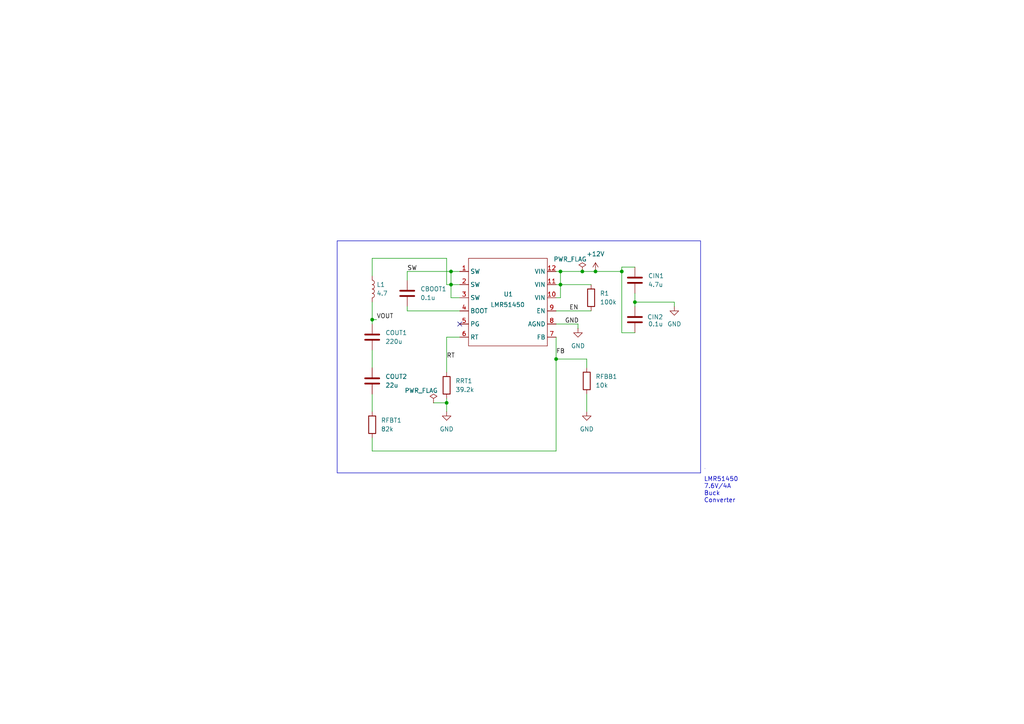
<source format=kicad_sch>
(kicad_sch
	(version 20250114)
	(generator "eeschema")
	(generator_version "9.0")
	(uuid "ec8c2d15-9eef-42a3-8af3-ce8f43bc931f")
	(paper "A4")
	(title_block
		(title "LMR51450 7.6V/4A Buck Converter.")
		(date "2025-09-13")
		(rev "V1")
		(company "GOPI")
	)
	(lib_symbols
		(symbol "Device:C"
			(pin_numbers
				(hide yes)
			)
			(pin_names
				(offset 0.254)
			)
			(exclude_from_sim no)
			(in_bom yes)
			(on_board yes)
			(property "Reference" "C"
				(at 0.635 2.54 0)
				(effects
					(font
						(size 1.27 1.27)
					)
					(justify left)
				)
			)
			(property "Value" "C"
				(at 0.635 -2.54 0)
				(effects
					(font
						(size 1.27 1.27)
					)
					(justify left)
				)
			)
			(property "Footprint" ""
				(at 0.9652 -3.81 0)
				(effects
					(font
						(size 1.27 1.27)
					)
					(hide yes)
				)
			)
			(property "Datasheet" "~"
				(at 0 0 0)
				(effects
					(font
						(size 1.27 1.27)
					)
					(hide yes)
				)
			)
			(property "Description" "Unpolarized capacitor"
				(at 0 0 0)
				(effects
					(font
						(size 1.27 1.27)
					)
					(hide yes)
				)
			)
			(property "ki_keywords" "cap capacitor"
				(at 0 0 0)
				(effects
					(font
						(size 1.27 1.27)
					)
					(hide yes)
				)
			)
			(property "ki_fp_filters" "C_*"
				(at 0 0 0)
				(effects
					(font
						(size 1.27 1.27)
					)
					(hide yes)
				)
			)
			(symbol "C_0_1"
				(polyline
					(pts
						(xy -2.032 0.762) (xy 2.032 0.762)
					)
					(stroke
						(width 0.508)
						(type default)
					)
					(fill
						(type none)
					)
				)
				(polyline
					(pts
						(xy -2.032 -0.762) (xy 2.032 -0.762)
					)
					(stroke
						(width 0.508)
						(type default)
					)
					(fill
						(type none)
					)
				)
			)
			(symbol "C_1_1"
				(pin passive line
					(at 0 3.81 270)
					(length 2.794)
					(name "~"
						(effects
							(font
								(size 1.27 1.27)
							)
						)
					)
					(number "1"
						(effects
							(font
								(size 1.27 1.27)
							)
						)
					)
				)
				(pin passive line
					(at 0 -3.81 90)
					(length 2.794)
					(name "~"
						(effects
							(font
								(size 1.27 1.27)
							)
						)
					)
					(number "2"
						(effects
							(font
								(size 1.27 1.27)
							)
						)
					)
				)
			)
			(embedded_fonts no)
		)
		(symbol "Device:L"
			(pin_numbers
				(hide yes)
			)
			(pin_names
				(offset 1.016)
				(hide yes)
			)
			(exclude_from_sim no)
			(in_bom yes)
			(on_board yes)
			(property "Reference" "L"
				(at -1.27 0 90)
				(effects
					(font
						(size 1.27 1.27)
					)
				)
			)
			(property "Value" "L"
				(at 1.905 0 90)
				(effects
					(font
						(size 1.27 1.27)
					)
				)
			)
			(property "Footprint" ""
				(at 0 0 0)
				(effects
					(font
						(size 1.27 1.27)
					)
					(hide yes)
				)
			)
			(property "Datasheet" "~"
				(at 0 0 0)
				(effects
					(font
						(size 1.27 1.27)
					)
					(hide yes)
				)
			)
			(property "Description" "Inductor"
				(at 0 0 0)
				(effects
					(font
						(size 1.27 1.27)
					)
					(hide yes)
				)
			)
			(property "ki_keywords" "inductor choke coil reactor magnetic"
				(at 0 0 0)
				(effects
					(font
						(size 1.27 1.27)
					)
					(hide yes)
				)
			)
			(property "ki_fp_filters" "Choke_* *Coil* Inductor_* L_*"
				(at 0 0 0)
				(effects
					(font
						(size 1.27 1.27)
					)
					(hide yes)
				)
			)
			(symbol "L_0_1"
				(arc
					(start 0 2.54)
					(mid 0.6323 1.905)
					(end 0 1.27)
					(stroke
						(width 0)
						(type default)
					)
					(fill
						(type none)
					)
				)
				(arc
					(start 0 1.27)
					(mid 0.6323 0.635)
					(end 0 0)
					(stroke
						(width 0)
						(type default)
					)
					(fill
						(type none)
					)
				)
				(arc
					(start 0 0)
					(mid 0.6323 -0.635)
					(end 0 -1.27)
					(stroke
						(width 0)
						(type default)
					)
					(fill
						(type none)
					)
				)
				(arc
					(start 0 -1.27)
					(mid 0.6323 -1.905)
					(end 0 -2.54)
					(stroke
						(width 0)
						(type default)
					)
					(fill
						(type none)
					)
				)
			)
			(symbol "L_1_1"
				(pin passive line
					(at 0 3.81 270)
					(length 1.27)
					(name "1"
						(effects
							(font
								(size 1.27 1.27)
							)
						)
					)
					(number "1"
						(effects
							(font
								(size 1.27 1.27)
							)
						)
					)
				)
				(pin passive line
					(at 0 -3.81 90)
					(length 1.27)
					(name "2"
						(effects
							(font
								(size 1.27 1.27)
							)
						)
					)
					(number "2"
						(effects
							(font
								(size 1.27 1.27)
							)
						)
					)
				)
			)
			(embedded_fonts no)
		)
		(symbol "Device:R"
			(pin_numbers
				(hide yes)
			)
			(pin_names
				(offset 0)
			)
			(exclude_from_sim no)
			(in_bom yes)
			(on_board yes)
			(property "Reference" "R"
				(at 2.032 0 90)
				(effects
					(font
						(size 1.27 1.27)
					)
				)
			)
			(property "Value" "R"
				(at 0 0 90)
				(effects
					(font
						(size 1.27 1.27)
					)
				)
			)
			(property "Footprint" ""
				(at -1.778 0 90)
				(effects
					(font
						(size 1.27 1.27)
					)
					(hide yes)
				)
			)
			(property "Datasheet" "~"
				(at 0 0 0)
				(effects
					(font
						(size 1.27 1.27)
					)
					(hide yes)
				)
			)
			(property "Description" "Resistor"
				(at 0 0 0)
				(effects
					(font
						(size 1.27 1.27)
					)
					(hide yes)
				)
			)
			(property "ki_keywords" "R res resistor"
				(at 0 0 0)
				(effects
					(font
						(size 1.27 1.27)
					)
					(hide yes)
				)
			)
			(property "ki_fp_filters" "R_*"
				(at 0 0 0)
				(effects
					(font
						(size 1.27 1.27)
					)
					(hide yes)
				)
			)
			(symbol "R_0_1"
				(rectangle
					(start -1.016 -2.54)
					(end 1.016 2.54)
					(stroke
						(width 0.254)
						(type default)
					)
					(fill
						(type none)
					)
				)
			)
			(symbol "R_1_1"
				(pin passive line
					(at 0 3.81 270)
					(length 1.27)
					(name "~"
						(effects
							(font
								(size 1.27 1.27)
							)
						)
					)
					(number "1"
						(effects
							(font
								(size 1.27 1.27)
							)
						)
					)
				)
				(pin passive line
					(at 0 -3.81 90)
					(length 1.27)
					(name "~"
						(effects
							(font
								(size 1.27 1.27)
							)
						)
					)
					(number "2"
						(effects
							(font
								(size 1.27 1.27)
							)
						)
					)
				)
			)
			(embedded_fonts no)
		)
		(symbol "My_ICs:LMR51450"
			(exclude_from_sim no)
			(in_bom yes)
			(on_board yes)
			(property "Reference" "U1"
				(at 7.62 -5.334 0)
				(effects
					(font
						(size 1.27 1.27)
					)
					(justify left)
				)
			)
			(property "Value" "LMR51450"
				(at 3.81 -8.382 0)
				(effects
					(font
						(size 1.27 1.27)
					)
					(justify left)
				)
			)
			(property "Footprint" "LMR51450_Footprints:LMR51450SDRRR"
				(at 0 0 0)
				(effects
					(font
						(size 1.27 1.27)
					)
					(hide yes)
				)
			)
			(property "Datasheet" ""
				(at 0 0 0)
				(effects
					(font
						(size 1.27 1.27)
					)
					(hide yes)
				)
			)
			(property "Description" ""
				(at 0 0 0)
				(effects
					(font
						(size 1.27 1.27)
					)
					(hide yes)
				)
			)
			(symbol "LMR51450_0_1"
				(rectangle
					(start 20.32 -20.32)
					(end -2.54 5.08)
					(stroke
						(width 0)
						(type default)
					)
					(fill
						(type none)
					)
				)
				(rectangle
					(start 20.32 -20.32)
					(end 20.32 -20.32)
					(stroke
						(width 0)
						(type default)
					)
					(fill
						(type none)
					)
				)
			)
			(symbol "LMR51450_1_1"
				(pin passive line
					(at -5.08 1.27 0)
					(length 2.54)
					(name "SW"
						(effects
							(font
								(size 1.27 1.27)
							)
						)
					)
					(number "1"
						(effects
							(font
								(size 1.27 1.27)
							)
						)
					)
				)
				(pin passive line
					(at -5.08 -2.54 0)
					(length 2.54)
					(name "SW"
						(effects
							(font
								(size 1.27 1.27)
							)
						)
					)
					(number "2"
						(effects
							(font
								(size 1.27 1.27)
							)
						)
					)
				)
				(pin passive line
					(at -5.08 -6.35 0)
					(length 2.54)
					(name "SW"
						(effects
							(font
								(size 1.27 1.27)
							)
						)
					)
					(number "3"
						(effects
							(font
								(size 1.27 1.27)
							)
						)
					)
				)
				(pin input line
					(at -5.08 -10.16 0)
					(length 2.54)
					(name "BOOT"
						(effects
							(font
								(size 1.27 1.27)
							)
						)
					)
					(number "4"
						(effects
							(font
								(size 1.27 1.27)
							)
						)
					)
				)
				(pin output line
					(at -5.08 -13.97 0)
					(length 2.54)
					(name "PG"
						(effects
							(font
								(size 1.27 1.27)
							)
						)
					)
					(number "5"
						(effects
							(font
								(size 1.27 1.27)
							)
						)
					)
				)
				(pin input line
					(at -5.08 -17.78 0)
					(length 2.54)
					(name "RT"
						(effects
							(font
								(size 1.27 1.27)
							)
						)
					)
					(number "6"
						(effects
							(font
								(size 1.27 1.27)
							)
						)
					)
				)
				(pin power_in line
					(at 22.86 1.27 180)
					(length 2.54)
					(name "VIN"
						(effects
							(font
								(size 1.27 1.27)
							)
						)
					)
					(number "12"
						(effects
							(font
								(size 1.27 1.27)
							)
						)
					)
				)
				(pin power_in line
					(at 22.86 -2.54 180)
					(length 2.54)
					(name "VIN"
						(effects
							(font
								(size 1.27 1.27)
							)
						)
					)
					(number "11"
						(effects
							(font
								(size 1.27 1.27)
							)
						)
					)
				)
				(pin power_in line
					(at 22.86 -6.35 180)
					(length 2.54)
					(name "VIN"
						(effects
							(font
								(size 1.27 1.27)
							)
						)
					)
					(number "10"
						(effects
							(font
								(size 1.27 1.27)
							)
						)
					)
				)
				(pin input line
					(at 22.86 -10.16 180)
					(length 2.54)
					(name "EN"
						(effects
							(font
								(size 1.27 1.27)
							)
						)
					)
					(number "9"
						(effects
							(font
								(size 1.27 1.27)
							)
						)
					)
				)
				(pin power_in line
					(at 22.86 -13.97 180)
					(length 2.54)
					(name "AGND"
						(effects
							(font
								(size 1.27 1.27)
							)
						)
					)
					(number "8"
						(effects
							(font
								(size 1.27 1.27)
							)
						)
					)
				)
				(pin input line
					(at 22.86 -17.78 180)
					(length 2.54)
					(name "FB"
						(effects
							(font
								(size 1.27 1.27)
							)
						)
					)
					(number "7"
						(effects
							(font
								(size 1.27 1.27)
							)
						)
					)
				)
			)
			(embedded_fonts no)
		)
		(symbol "power:+12V"
			(power)
			(pin_numbers
				(hide yes)
			)
			(pin_names
				(offset 0)
				(hide yes)
			)
			(exclude_from_sim no)
			(in_bom yes)
			(on_board yes)
			(property "Reference" "#PWR"
				(at 0 -3.81 0)
				(effects
					(font
						(size 1.27 1.27)
					)
					(hide yes)
				)
			)
			(property "Value" "+12V"
				(at 0 3.556 0)
				(effects
					(font
						(size 1.27 1.27)
					)
				)
			)
			(property "Footprint" ""
				(at 0 0 0)
				(effects
					(font
						(size 1.27 1.27)
					)
					(hide yes)
				)
			)
			(property "Datasheet" ""
				(at 0 0 0)
				(effects
					(font
						(size 1.27 1.27)
					)
					(hide yes)
				)
			)
			(property "Description" "Power symbol creates a global label with name \"+12V\""
				(at 0 0 0)
				(effects
					(font
						(size 1.27 1.27)
					)
					(hide yes)
				)
			)
			(property "ki_keywords" "global power"
				(at 0 0 0)
				(effects
					(font
						(size 1.27 1.27)
					)
					(hide yes)
				)
			)
			(symbol "+12V_0_1"
				(polyline
					(pts
						(xy -0.762 1.27) (xy 0 2.54)
					)
					(stroke
						(width 0)
						(type default)
					)
					(fill
						(type none)
					)
				)
				(polyline
					(pts
						(xy 0 2.54) (xy 0.762 1.27)
					)
					(stroke
						(width 0)
						(type default)
					)
					(fill
						(type none)
					)
				)
				(polyline
					(pts
						(xy 0 0) (xy 0 2.54)
					)
					(stroke
						(width 0)
						(type default)
					)
					(fill
						(type none)
					)
				)
			)
			(symbol "+12V_1_1"
				(pin power_in line
					(at 0 0 90)
					(length 0)
					(name "~"
						(effects
							(font
								(size 1.27 1.27)
							)
						)
					)
					(number "1"
						(effects
							(font
								(size 1.27 1.27)
							)
						)
					)
				)
			)
			(embedded_fonts no)
		)
		(symbol "power:GND"
			(power)
			(pin_numbers
				(hide yes)
			)
			(pin_names
				(offset 0)
				(hide yes)
			)
			(exclude_from_sim no)
			(in_bom yes)
			(on_board yes)
			(property "Reference" "#PWR"
				(at 0 -6.35 0)
				(effects
					(font
						(size 1.27 1.27)
					)
					(hide yes)
				)
			)
			(property "Value" "GND"
				(at 0 -3.81 0)
				(effects
					(font
						(size 1.27 1.27)
					)
				)
			)
			(property "Footprint" ""
				(at 0 0 0)
				(effects
					(font
						(size 1.27 1.27)
					)
					(hide yes)
				)
			)
			(property "Datasheet" ""
				(at 0 0 0)
				(effects
					(font
						(size 1.27 1.27)
					)
					(hide yes)
				)
			)
			(property "Description" "Power symbol creates a global label with name \"GND\" , ground"
				(at 0 0 0)
				(effects
					(font
						(size 1.27 1.27)
					)
					(hide yes)
				)
			)
			(property "ki_keywords" "global power"
				(at 0 0 0)
				(effects
					(font
						(size 1.27 1.27)
					)
					(hide yes)
				)
			)
			(symbol "GND_0_1"
				(polyline
					(pts
						(xy 0 0) (xy 0 -1.27) (xy 1.27 -1.27) (xy 0 -2.54) (xy -1.27 -1.27) (xy 0 -1.27)
					)
					(stroke
						(width 0)
						(type default)
					)
					(fill
						(type none)
					)
				)
			)
			(symbol "GND_1_1"
				(pin power_in line
					(at 0 0 270)
					(length 0)
					(name "~"
						(effects
							(font
								(size 1.27 1.27)
							)
						)
					)
					(number "1"
						(effects
							(font
								(size 1.27 1.27)
							)
						)
					)
				)
			)
			(embedded_fonts no)
		)
		(symbol "power:PWR_FLAG"
			(power)
			(pin_numbers
				(hide yes)
			)
			(pin_names
				(offset 0)
				(hide yes)
			)
			(exclude_from_sim no)
			(in_bom yes)
			(on_board yes)
			(property "Reference" "#FLG"
				(at 0 1.905 0)
				(effects
					(font
						(size 1.27 1.27)
					)
					(hide yes)
				)
			)
			(property "Value" "PWR_FLAG"
				(at 0 3.81 0)
				(effects
					(font
						(size 1.27 1.27)
					)
				)
			)
			(property "Footprint" ""
				(at 0 0 0)
				(effects
					(font
						(size 1.27 1.27)
					)
					(hide yes)
				)
			)
			(property "Datasheet" "~"
				(at 0 0 0)
				(effects
					(font
						(size 1.27 1.27)
					)
					(hide yes)
				)
			)
			(property "Description" "Special symbol for telling ERC where power comes from"
				(at 0 0 0)
				(effects
					(font
						(size 1.27 1.27)
					)
					(hide yes)
				)
			)
			(property "ki_keywords" "flag power"
				(at 0 0 0)
				(effects
					(font
						(size 1.27 1.27)
					)
					(hide yes)
				)
			)
			(symbol "PWR_FLAG_0_0"
				(pin power_out line
					(at 0 0 90)
					(length 0)
					(name "~"
						(effects
							(font
								(size 1.27 1.27)
							)
						)
					)
					(number "1"
						(effects
							(font
								(size 1.27 1.27)
							)
						)
					)
				)
			)
			(symbol "PWR_FLAG_0_1"
				(polyline
					(pts
						(xy 0 0) (xy 0 1.27) (xy -1.016 1.905) (xy 0 2.54) (xy 1.016 1.905) (xy 0 1.27)
					)
					(stroke
						(width 0)
						(type default)
					)
					(fill
						(type none)
					)
				)
			)
			(embedded_fonts no)
		)
	)
	(text_box "LMR51450 7.6V/4A Buck Converter"
		(exclude_from_sim no)
		(at 203.2 137.16 0)
		(size 0 0)
		(margins 0.9525 0.9525 0.9525 0.9525)
		(stroke
			(width 0)
			(type solid)
		)
		(fill
			(type none)
		)
		(effects
			(font
				(size 1.27 1.27)
			)
			(justify left top)
		)
		(uuid "1c6e7bf3-6c88-4be6-9225-cf1a3ffc7466")
	)
	(text_box ""
		(exclude_from_sim no)
		(at 97.79 69.85 0)
		(size 105.41 67.31)
		(margins 0.9525 0.9525 0.9525 0.9525)
		(stroke
			(width 0)
			(type solid)
		)
		(fill
			(type none)
		)
		(effects
			(font
				(size 1.27 1.27)
			)
			(justify left top)
		)
		(uuid "a5294749-4b83-4f28-ac6a-5c08db278a4f")
	)
	(text_box ""
		(exclude_from_sim no)
		(at 204.47 135.89 0)
		(size 0 0)
		(margins 0.9525 0.9525 0.9525 0.9525)
		(stroke
			(width 0)
			(type solid)
		)
		(fill
			(type none)
		)
		(effects
			(font
				(size 1.27 1.27)
			)
			(justify left top)
		)
		(uuid "f4224616-19f3-473f-ba7c-48a565b7294c")
	)
	(junction
		(at 172.72 78.74)
		(diameter 0)
		(color 0 0 0 0)
		(uuid "04d44839-3f6e-483a-9011-f2c20fe1f026")
	)
	(junction
		(at 162.56 82.55)
		(diameter 0)
		(color 0 0 0 0)
		(uuid "0aa06fc5-1bb5-4935-aeae-5974dcebada6")
	)
	(junction
		(at 161.29 104.14)
		(diameter 0)
		(color 0 0 0 0)
		(uuid "14792ec1-4a67-43b2-8b62-5849d224c52e")
	)
	(junction
		(at 184.15 87.63)
		(diameter 0)
		(color 0 0 0 0)
		(uuid "504b1e51-cc0f-4a04-893b-870cd94278b1")
	)
	(junction
		(at 130.81 82.55)
		(diameter 0)
		(color 0 0 0 0)
		(uuid "56158a3c-86af-420b-90aa-423b4b176823")
	)
	(junction
		(at 129.54 116.84)
		(diameter 0)
		(color 0 0 0 0)
		(uuid "871fb570-bad4-45b3-8ed2-0d8763a58512")
	)
	(junction
		(at 130.81 78.74)
		(diameter 0)
		(color 0 0 0 0)
		(uuid "a6547fa3-9ad3-451e-b9a1-7949a61e602e")
	)
	(junction
		(at 180.34 78.74)
		(diameter 0)
		(color 0 0 0 0)
		(uuid "cbd24554-e285-4191-850a-b79dfdc05948")
	)
	(junction
		(at 107.95 92.71)
		(diameter 0)
		(color 0 0 0 0)
		(uuid "d05e2127-be57-423c-adf4-86f6797237a7")
	)
	(junction
		(at 162.56 78.74)
		(diameter 0)
		(color 0 0 0 0)
		(uuid "f083b222-6bb9-4531-9298-ed0a6527ea2a")
	)
	(junction
		(at 168.91 78.74)
		(diameter 0)
		(color 0 0 0 0)
		(uuid "f731590a-5fda-4f9a-8e7c-c9f0e37f0911")
	)
	(no_connect
		(at 133.35 93.98)
		(uuid "af026082-a65e-48d7-a103-e21eee62dc68")
	)
	(wire
		(pts
			(xy 129.54 97.79) (xy 129.54 107.95)
		)
		(stroke
			(width 0)
			(type default)
		)
		(uuid "023c73dc-77c0-4386-ada8-458ee9724276")
	)
	(wire
		(pts
			(xy 109.22 92.71) (xy 107.95 92.71)
		)
		(stroke
			(width 0)
			(type default)
		)
		(uuid "07ef1664-fe6d-457a-8523-08b0a74f107c")
	)
	(wire
		(pts
			(xy 118.11 90.17) (xy 133.35 90.17)
		)
		(stroke
			(width 0)
			(type default)
		)
		(uuid "088b0056-cefd-4c0a-af04-7596fda2f5eb")
	)
	(wire
		(pts
			(xy 195.58 87.63) (xy 195.58 88.9)
		)
		(stroke
			(width 0)
			(type default)
		)
		(uuid "112ce550-babd-4d7f-bb34-fcb3bc1c8272")
	)
	(wire
		(pts
			(xy 180.34 78.74) (xy 180.34 96.52)
		)
		(stroke
			(width 0)
			(type default)
		)
		(uuid "165dff04-df54-4def-8c99-ce7801b42222")
	)
	(wire
		(pts
			(xy 129.54 74.93) (xy 129.54 82.55)
		)
		(stroke
			(width 0)
			(type default)
		)
		(uuid "1afac3ad-fc48-4464-a10b-7505b9233675")
	)
	(wire
		(pts
			(xy 107.95 74.93) (xy 129.54 74.93)
		)
		(stroke
			(width 0)
			(type default)
		)
		(uuid "1baad22a-4411-4542-b0c9-774a81cf0c63")
	)
	(wire
		(pts
			(xy 184.15 87.63) (xy 195.58 87.63)
		)
		(stroke
			(width 0)
			(type default)
		)
		(uuid "29862772-7106-4588-92e8-607bdd69aad0")
	)
	(wire
		(pts
			(xy 184.15 77.47) (xy 180.34 77.47)
		)
		(stroke
			(width 0)
			(type default)
		)
		(uuid "2f22c167-ab04-4ad1-bd53-08c236775f08")
	)
	(wire
		(pts
			(xy 180.34 77.47) (xy 180.34 78.74)
		)
		(stroke
			(width 0)
			(type default)
		)
		(uuid "30288544-6713-4b4a-b535-acae7df6dad6")
	)
	(wire
		(pts
			(xy 107.95 114.3) (xy 107.95 119.38)
		)
		(stroke
			(width 0)
			(type default)
		)
		(uuid "3418b03e-a342-497c-9ec0-3d540b10628f")
	)
	(wire
		(pts
			(xy 107.95 87.63) (xy 107.95 92.71)
		)
		(stroke
			(width 0)
			(type default)
		)
		(uuid "3872c95e-0237-4e6e-8b53-e31e4787e9f8")
	)
	(wire
		(pts
			(xy 130.81 86.36) (xy 133.35 86.36)
		)
		(stroke
			(width 0)
			(type default)
		)
		(uuid "3899117f-5aaf-41b8-b8b6-5fc343d6db2a")
	)
	(wire
		(pts
			(xy 162.56 82.55) (xy 162.56 86.36)
		)
		(stroke
			(width 0)
			(type default)
		)
		(uuid "3ef12cc8-09d3-4a8c-bc7f-1c2b9e7918a0")
	)
	(wire
		(pts
			(xy 162.56 78.74) (xy 168.91 78.74)
		)
		(stroke
			(width 0)
			(type default)
		)
		(uuid "43aa3371-06df-4b98-908f-fee8ef94a1a5")
	)
	(wire
		(pts
			(xy 118.11 81.28) (xy 118.11 78.74)
		)
		(stroke
			(width 0)
			(type default)
		)
		(uuid "4584b882-9a38-41a0-9b2c-bc29ede05727")
	)
	(wire
		(pts
			(xy 180.34 96.52) (xy 184.15 96.52)
		)
		(stroke
			(width 0)
			(type default)
		)
		(uuid "49adbe80-cd4c-4934-8d61-936d28ad3ff5")
	)
	(wire
		(pts
			(xy 161.29 82.55) (xy 162.56 82.55)
		)
		(stroke
			(width 0)
			(type default)
		)
		(uuid "4edc5e76-0767-4160-aa50-43f16b8559fa")
	)
	(wire
		(pts
			(xy 125.73 116.84) (xy 129.54 116.84)
		)
		(stroke
			(width 0)
			(type default)
		)
		(uuid "53a9335f-490c-4914-bae8-d9ceaff4ed25")
	)
	(wire
		(pts
			(xy 167.64 93.98) (xy 167.64 95.25)
		)
		(stroke
			(width 0)
			(type default)
		)
		(uuid "5bb3a279-7564-425a-9c47-51dba177a5da")
	)
	(wire
		(pts
			(xy 129.54 116.84) (xy 129.54 119.38)
		)
		(stroke
			(width 0)
			(type default)
		)
		(uuid "5d097c84-5063-4cf5-bdd6-a046296c7cae")
	)
	(wire
		(pts
			(xy 118.11 78.74) (xy 130.81 78.74)
		)
		(stroke
			(width 0)
			(type default)
		)
		(uuid "615e9bc3-d232-4625-acaf-3be6a9b97366")
	)
	(wire
		(pts
			(xy 133.35 78.74) (xy 130.81 78.74)
		)
		(stroke
			(width 0)
			(type default)
		)
		(uuid "6a398e6e-6cc8-4012-b062-542d25427115")
	)
	(wire
		(pts
			(xy 130.81 82.55) (xy 130.81 86.36)
		)
		(stroke
			(width 0)
			(type default)
		)
		(uuid "6cf5656a-514f-427b-8c18-cddd824ac93e")
	)
	(wire
		(pts
			(xy 161.29 130.81) (xy 107.95 130.81)
		)
		(stroke
			(width 0)
			(type default)
		)
		(uuid "6faa960f-5747-427a-9da1-678a708d1fd3")
	)
	(wire
		(pts
			(xy 170.18 114.3) (xy 170.18 119.38)
		)
		(stroke
			(width 0)
			(type default)
		)
		(uuid "726a1f04-cb5e-4e88-85aa-51020df11f13")
	)
	(wire
		(pts
			(xy 107.95 101.6) (xy 107.95 106.68)
		)
		(stroke
			(width 0)
			(type default)
		)
		(uuid "76dc943e-161a-47fc-b908-d3b144771232")
	)
	(wire
		(pts
			(xy 168.91 78.74) (xy 172.72 78.74)
		)
		(stroke
			(width 0)
			(type default)
		)
		(uuid "79c7f3be-48a1-4a95-a69f-cdf9a5003934")
	)
	(wire
		(pts
			(xy 107.95 74.93) (xy 107.95 80.01)
		)
		(stroke
			(width 0)
			(type default)
		)
		(uuid "8d524ca8-0cb4-40b1-9ae9-76527aab3bca")
	)
	(wire
		(pts
			(xy 129.54 115.57) (xy 129.54 116.84)
		)
		(stroke
			(width 0)
			(type default)
		)
		(uuid "924e0525-caf6-4c61-8d6f-c008d6e02a70")
	)
	(wire
		(pts
			(xy 129.54 82.55) (xy 130.81 82.55)
		)
		(stroke
			(width 0)
			(type default)
		)
		(uuid "97f04028-aabd-4751-8ddc-5c1167cc204f")
	)
	(wire
		(pts
			(xy 170.18 106.68) (xy 170.18 104.14)
		)
		(stroke
			(width 0)
			(type default)
		)
		(uuid "aae23be7-d7f5-4174-a8dc-d667c7439e45")
	)
	(wire
		(pts
			(xy 118.11 88.9) (xy 118.11 90.17)
		)
		(stroke
			(width 0)
			(type default)
		)
		(uuid "ab145fe0-22c1-4e9f-a3cc-5cd23a25d5f4")
	)
	(wire
		(pts
			(xy 162.56 78.74) (xy 162.56 82.55)
		)
		(stroke
			(width 0)
			(type default)
		)
		(uuid "aef86bfb-302f-4f47-b099-7bd266fcb221")
	)
	(wire
		(pts
			(xy 170.18 104.14) (xy 161.29 104.14)
		)
		(stroke
			(width 0)
			(type default)
		)
		(uuid "b34e99a3-c7be-42b2-bc0d-fcceec840aef")
	)
	(wire
		(pts
			(xy 107.95 92.71) (xy 107.95 93.98)
		)
		(stroke
			(width 0)
			(type default)
		)
		(uuid "b54cc398-b004-4f6c-bfce-3fa2542a9a4b")
	)
	(wire
		(pts
			(xy 172.72 78.74) (xy 180.34 78.74)
		)
		(stroke
			(width 0)
			(type default)
		)
		(uuid "baac3e7f-eac2-4d86-8560-48f4d1eeaaec")
	)
	(wire
		(pts
			(xy 130.81 78.74) (xy 130.81 82.55)
		)
		(stroke
			(width 0)
			(type default)
		)
		(uuid "be781659-ec9f-4359-80e8-62e82b711f60")
	)
	(wire
		(pts
			(xy 161.29 90.17) (xy 171.45 90.17)
		)
		(stroke
			(width 0)
			(type default)
		)
		(uuid "c8880f19-5037-4e3d-a106-7851fb5371b3")
	)
	(wire
		(pts
			(xy 171.45 82.55) (xy 162.56 82.55)
		)
		(stroke
			(width 0)
			(type default)
		)
		(uuid "cdd3a574-761e-4442-9b57-f01ec97be3e1")
	)
	(wire
		(pts
			(xy 161.29 97.79) (xy 161.29 104.14)
		)
		(stroke
			(width 0)
			(type default)
		)
		(uuid "cdf932d5-8867-4967-817b-fdd3af3ed92d")
	)
	(wire
		(pts
			(xy 161.29 104.14) (xy 161.29 130.81)
		)
		(stroke
			(width 0)
			(type default)
		)
		(uuid "ce13f7c2-69ec-4b9f-9e29-98be7d74d334")
	)
	(wire
		(pts
			(xy 161.29 78.74) (xy 162.56 78.74)
		)
		(stroke
			(width 0)
			(type default)
		)
		(uuid "ce4252f3-690e-4a44-9803-b0f2b82c7eba")
	)
	(wire
		(pts
			(xy 161.29 93.98) (xy 167.64 93.98)
		)
		(stroke
			(width 0)
			(type default)
		)
		(uuid "d1e3413a-0873-4db5-b284-e63215a8ab1c")
	)
	(wire
		(pts
			(xy 184.15 87.63) (xy 184.15 88.9)
		)
		(stroke
			(width 0)
			(type default)
		)
		(uuid "d2e05ae8-6555-4ed6-94b9-1e2af90f94c2")
	)
	(wire
		(pts
			(xy 129.54 97.79) (xy 133.35 97.79)
		)
		(stroke
			(width 0)
			(type default)
		)
		(uuid "df793aa8-baa9-4844-8771-7ba41835b541")
	)
	(wire
		(pts
			(xy 107.95 127) (xy 107.95 130.81)
		)
		(stroke
			(width 0)
			(type default)
		)
		(uuid "efb5e095-3983-4fb6-9f8d-2e0548e7fdd9")
	)
	(wire
		(pts
			(xy 130.81 82.55) (xy 133.35 82.55)
		)
		(stroke
			(width 0)
			(type default)
		)
		(uuid "f0c4aef7-aeaf-4fcf-9c22-7fe3fb64edb3")
	)
	(wire
		(pts
			(xy 184.15 85.09) (xy 184.15 87.63)
		)
		(stroke
			(width 0)
			(type default)
		)
		(uuid "fb340f54-e451-4141-9752-f74d4664fee3")
	)
	(wire
		(pts
			(xy 162.56 86.36) (xy 161.29 86.36)
		)
		(stroke
			(width 0)
			(type default)
		)
		(uuid "fffaefdd-251f-422e-bb94-b619d6672697")
	)
	(label "VOUT"
		(at 109.22 92.71 0)
		(effects
			(font
				(size 1.27 1.27)
			)
			(justify left bottom)
		)
		(uuid "24158ce4-7687-4e51-957f-d28f8a3eea41")
	)
	(label "RT"
		(at 129.54 104.14 0)
		(effects
			(font
				(size 1.27 1.27)
			)
			(justify left bottom)
		)
		(uuid "9dd6ae95-4935-4fb8-af28-31ad48978e66")
	)
	(label "EN"
		(at 165.1 90.17 0)
		(effects
			(font
				(size 1.27 1.27)
			)
			(justify left bottom)
		)
		(uuid "9fb043ca-fec5-42e1-9a1d-0a62f8ab9159")
	)
	(label "GND"
		(at 163.83 93.98 0)
		(effects
			(font
				(size 1.27 1.27)
			)
			(justify left bottom)
		)
		(uuid "a1d3cee0-9220-40eb-b6c1-7ad2f0b71078")
	)
	(label "SW"
		(at 118.11 78.74 0)
		(effects
			(font
				(size 1.27 1.27)
			)
			(justify left bottom)
		)
		(uuid "b206cd72-06f8-45ed-a652-053cfb22ec5d")
	)
	(label "FB"
		(at 161.29 102.87 0)
		(effects
			(font
				(size 1.27 1.27)
			)
			(justify left bottom)
		)
		(uuid "efa22559-dc15-449d-850e-6219fc6bb8dc")
	)
	(symbol
		(lib_id "Device:R")
		(at 171.45 86.36 0)
		(unit 1)
		(exclude_from_sim no)
		(in_bom yes)
		(on_board yes)
		(dnp no)
		(fields_autoplaced yes)
		(uuid "094979e9-43ad-42c4-95c8-959580d4e5f9")
		(property "Reference" "R1"
			(at 173.99 85.0899 0)
			(effects
				(font
					(size 1.27 1.27)
				)
				(justify left)
			)
		)
		(property "Value" "100k"
			(at 173.99 87.6299 0)
			(effects
				(font
					(size 1.27 1.27)
				)
				(justify left)
			)
		)
		(property "Footprint" "Resistor_SMD:R_0201_0603Metric"
			(at 169.672 86.36 90)
			(effects
				(font
					(size 1.27 1.27)
				)
				(hide yes)
			)
		)
		(property "Datasheet" "~"
			(at 171.45 86.36 0)
			(effects
				(font
					(size 1.27 1.27)
				)
				(hide yes)
			)
		)
		(property "Description" "Resistor"
			(at 171.45 86.36 0)
			(effects
				(font
					(size 1.27 1.27)
				)
				(hide yes)
			)
		)
		(pin "1"
			(uuid "69ace7c9-0c2e-4ff3-81f3-e16a797bc9de")
		)
		(pin "2"
			(uuid "d9693aa3-27d5-4bec-ba7b-3c46c45c0ec2")
		)
		(instances
			(project ""
				(path "/ec8c2d15-9eef-42a3-8af3-ce8f43bc931f"
					(reference "R1")
					(unit 1)
				)
			)
		)
	)
	(symbol
		(lib_id "Device:C")
		(at 107.95 97.79 0)
		(unit 1)
		(exclude_from_sim no)
		(in_bom yes)
		(on_board yes)
		(dnp no)
		(fields_autoplaced yes)
		(uuid "1719a34f-c1bf-42b0-b85b-499b4da71ff7")
		(property "Reference" "COUT1"
			(at 111.76 96.5199 0)
			(effects
				(font
					(size 1.27 1.27)
				)
				(justify left)
			)
		)
		(property "Value" "220u"
			(at 111.76 99.0599 0)
			(effects
				(font
					(size 1.27 1.27)
				)
				(justify left)
			)
		)
		(property "Footprint" "Capacitor_SMD:C_0201_0603Metric"
			(at 108.9152 101.6 0)
			(effects
				(font
					(size 1.27 1.27)
				)
				(hide yes)
			)
		)
		(property "Datasheet" "~"
			(at 107.95 97.79 0)
			(effects
				(font
					(size 1.27 1.27)
				)
				(hide yes)
			)
		)
		(property "Description" "Unpolarized capacitor"
			(at 107.95 97.79 0)
			(effects
				(font
					(size 1.27 1.27)
				)
				(hide yes)
			)
		)
		(pin "1"
			(uuid "2517ebae-362a-4318-82c4-71a48cb14fca")
		)
		(pin "2"
			(uuid "238284b4-2c85-422d-99a1-ec0dab14237f")
		)
		(instances
			(project ""
				(path "/ec8c2d15-9eef-42a3-8af3-ce8f43bc931f"
					(reference "COUT1")
					(unit 1)
				)
			)
		)
	)
	(symbol
		(lib_id "power:+12V")
		(at 172.72 78.74 0)
		(unit 1)
		(exclude_from_sim no)
		(in_bom yes)
		(on_board yes)
		(dnp no)
		(fields_autoplaced yes)
		(uuid "18a0ff8f-c4c0-43f7-afc5-ec35b223df96")
		(property "Reference" "#PWR04"
			(at 172.72 82.55 0)
			(effects
				(font
					(size 1.27 1.27)
				)
				(hide yes)
			)
		)
		(property "Value" "+12V"
			(at 172.72 73.66 0)
			(effects
				(font
					(size 1.27 1.27)
				)
			)
		)
		(property "Footprint" ""
			(at 172.72 78.74 0)
			(effects
				(font
					(size 1.27 1.27)
				)
				(hide yes)
			)
		)
		(property "Datasheet" ""
			(at 172.72 78.74 0)
			(effects
				(font
					(size 1.27 1.27)
				)
				(hide yes)
			)
		)
		(property "Description" "Power symbol creates a global label with name \"+12V\""
			(at 172.72 78.74 0)
			(effects
				(font
					(size 1.27 1.27)
				)
				(hide yes)
			)
		)
		(pin "1"
			(uuid "814a8ef7-a318-4fc9-b67f-f2f0363deeb7")
		)
		(instances
			(project ""
				(path "/ec8c2d15-9eef-42a3-8af3-ce8f43bc931f"
					(reference "#PWR04")
					(unit 1)
				)
			)
		)
	)
	(symbol
		(lib_id "Device:R")
		(at 107.95 123.19 0)
		(unit 1)
		(exclude_from_sim no)
		(in_bom yes)
		(on_board yes)
		(dnp no)
		(fields_autoplaced yes)
		(uuid "3a5bf381-21c7-4de9-ac63-0ed797c4daf4")
		(property "Reference" "RFBT1"
			(at 110.49 121.9199 0)
			(effects
				(font
					(size 1.27 1.27)
				)
				(justify left)
			)
		)
		(property "Value" "82k"
			(at 110.49 124.4599 0)
			(effects
				(font
					(size 1.27 1.27)
				)
				(justify left)
			)
		)
		(property "Footprint" "Resistor_SMD:R_0805_2012Metric"
			(at 106.172 123.19 90)
			(effects
				(font
					(size 1.27 1.27)
				)
				(hide yes)
			)
		)
		(property "Datasheet" "~"
			(at 107.95 123.19 0)
			(effects
				(font
					(size 1.27 1.27)
				)
				(hide yes)
			)
		)
		(property "Description" "Resistor"
			(at 107.95 123.19 0)
			(effects
				(font
					(size 1.27 1.27)
				)
				(hide yes)
			)
		)
		(pin "2"
			(uuid "b46f660d-e49d-4af5-9eef-4f25c9c7acda")
		)
		(pin "1"
			(uuid "fecd34a0-0296-4c31-89ca-e4bf002df28a")
		)
		(instances
			(project ""
				(path "/ec8c2d15-9eef-42a3-8af3-ce8f43bc931f"
					(reference "RFBT1")
					(unit 1)
				)
			)
		)
	)
	(symbol
		(lib_id "Device:L")
		(at 107.95 83.82 0)
		(unit 1)
		(exclude_from_sim no)
		(in_bom yes)
		(on_board yes)
		(dnp no)
		(fields_autoplaced yes)
		(uuid "46006e67-817c-4bf4-b1fc-2ccaf707af25")
		(property "Reference" "L1"
			(at 109.22 82.5499 0)
			(effects
				(font
					(size 1.27 1.27)
				)
				(justify left)
			)
		)
		(property "Value" "4.7"
			(at 109.22 85.0899 0)
			(effects
				(font
					(size 1.27 1.27)
				)
				(justify left)
			)
		)
		(property "Footprint" "Inductor_SMD_Wurth:L_Wurth_WE-LQSH-2010"
			(at 107.95 83.82 0)
			(effects
				(font
					(size 1.27 1.27)
				)
				(hide yes)
			)
		)
		(property "Datasheet" "~"
			(at 107.95 83.82 0)
			(effects
				(font
					(size 1.27 1.27)
				)
				(hide yes)
			)
		)
		(property "Description" "Inductor"
			(at 107.95 83.82 0)
			(effects
				(font
					(size 1.27 1.27)
				)
				(hide yes)
			)
		)
		(pin "1"
			(uuid "97188f9f-44e2-4f50-a791-59b2c99d2c2a")
		)
		(pin "2"
			(uuid "527eddb8-9bb9-48ee-b781-7c58303becdc")
		)
		(instances
			(project ""
				(path "/ec8c2d15-9eef-42a3-8af3-ce8f43bc931f"
					(reference "L1")
					(unit 1)
				)
			)
		)
	)
	(symbol
		(lib_id "My_ICs:LMR51450")
		(at 138.43 80.01 0)
		(unit 1)
		(exclude_from_sim no)
		(in_bom yes)
		(on_board yes)
		(dnp no)
		(fields_autoplaced yes)
		(uuid "50c8e9a4-1420-44ed-a5dc-a77d5bf29b10")
		(property "Reference" "U1"
			(at 146.05 85.344 0)
			(effects
				(font
					(size 1.27 1.27)
				)
				(justify left)
			)
		)
		(property "Value" "LMR51450"
			(at 142.24 88.392 0)
			(effects
				(font
					(size 1.27 1.27)
				)
				(justify left)
			)
		)
		(property "Footprint" "LMR51450_Footprints:LMR51450SDRRR"
			(at 138.43 80.01 0)
			(effects
				(font
					(size 1.27 1.27)
				)
				(hide yes)
			)
		)
		(property "Datasheet" ""
			(at 138.43 80.01 0)
			(effects
				(font
					(size 1.27 1.27)
				)
				(hide yes)
			)
		)
		(property "Description" ""
			(at 138.43 80.01 0)
			(effects
				(font
					(size 1.27 1.27)
				)
				(hide yes)
			)
		)
		(pin "5"
			(uuid "2f6acf06-5e1d-4a84-8aa9-c3ceadd602b1")
		)
		(pin "11"
			(uuid "5037e0c3-b83c-4fee-b5ae-012caa580495")
		)
		(pin "9"
			(uuid "e7e912ce-690c-4c2d-89fd-e90d9dba9b4a")
		)
		(pin "2"
			(uuid "637feccb-abb9-4a55-9ac0-e7cca234efa6")
		)
		(pin "3"
			(uuid "56ae380e-926c-4057-8b83-f270a2fbbe7e")
		)
		(pin "4"
			(uuid "898e361d-d958-49be-bcad-8d88a834e3af")
		)
		(pin "6"
			(uuid "a30e9d26-840f-4707-91d6-a638a811cbcf")
		)
		(pin "1"
			(uuid "e65545b3-0b81-479f-b3cf-e3cafcd22ed0")
		)
		(pin "12"
			(uuid "ee7b6132-b5b7-4931-8fee-306da3cc5aa8")
		)
		(pin "10"
			(uuid "2a31b6a6-9a63-429a-9eea-f0d26a970f9c")
		)
		(pin "7"
			(uuid "da48b878-8db1-41ca-9fd2-0072bde0a54d")
		)
		(pin "8"
			(uuid "a8cc7c24-ce6c-42c2-93c0-2958776ab8e3")
		)
		(instances
			(project ""
				(path "/ec8c2d15-9eef-42a3-8af3-ce8f43bc931f"
					(reference "U1")
					(unit 1)
				)
			)
		)
	)
	(symbol
		(lib_id "power:GND")
		(at 195.58 88.9 0)
		(unit 1)
		(exclude_from_sim no)
		(in_bom yes)
		(on_board yes)
		(dnp no)
		(fields_autoplaced yes)
		(uuid "59ed1e9e-73ec-4911-908e-ebc71856c4c0")
		(property "Reference" "#PWR05"
			(at 195.58 95.25 0)
			(effects
				(font
					(size 1.27 1.27)
				)
				(hide yes)
			)
		)
		(property "Value" "GND"
			(at 195.58 93.98 0)
			(effects
				(font
					(size 1.27 1.27)
				)
			)
		)
		(property "Footprint" ""
			(at 195.58 88.9 0)
			(effects
				(font
					(size 1.27 1.27)
				)
				(hide yes)
			)
		)
		(property "Datasheet" ""
			(at 195.58 88.9 0)
			(effects
				(font
					(size 1.27 1.27)
				)
				(hide yes)
			)
		)
		(property "Description" "Power symbol creates a global label with name \"GND\" , ground"
			(at 195.58 88.9 0)
			(effects
				(font
					(size 1.27 1.27)
				)
				(hide yes)
			)
		)
		(pin "1"
			(uuid "40528ecc-13da-4072-b2d6-9df0e5ca4115")
		)
		(instances
			(project ""
				(path "/ec8c2d15-9eef-42a3-8af3-ce8f43bc931f"
					(reference "#PWR05")
					(unit 1)
				)
			)
		)
	)
	(symbol
		(lib_id "Device:C")
		(at 184.15 81.28 0)
		(unit 1)
		(exclude_from_sim no)
		(in_bom yes)
		(on_board yes)
		(dnp no)
		(fields_autoplaced yes)
		(uuid "672aada3-2966-452b-bd35-1a534f60f5c7")
		(property "Reference" "CIN1"
			(at 187.96 80.0099 0)
			(effects
				(font
					(size 1.27 1.27)
				)
				(justify left)
			)
		)
		(property "Value" "4.7u"
			(at 187.96 82.5499 0)
			(effects
				(font
					(size 1.27 1.27)
				)
				(justify left)
			)
		)
		(property "Footprint" "Capacitor_SMD:C_0201_0603Metric"
			(at 185.1152 85.09 0)
			(effects
				(font
					(size 1.27 1.27)
				)
				(hide yes)
			)
		)
		(property "Datasheet" "~"
			(at 184.15 81.28 0)
			(effects
				(font
					(size 1.27 1.27)
				)
				(hide yes)
			)
		)
		(property "Description" "Unpolarized capacitor"
			(at 184.15 81.28 0)
			(effects
				(font
					(size 1.27 1.27)
				)
				(hide yes)
			)
		)
		(pin "2"
			(uuid "840d04e0-4787-4576-adc1-3725d7f87f87")
		)
		(pin "1"
			(uuid "cbc296e9-74d1-431b-a17c-e6fdf7b7fb72")
		)
		(instances
			(project ""
				(path "/ec8c2d15-9eef-42a3-8af3-ce8f43bc931f"
					(reference "CIN1")
					(unit 1)
				)
			)
		)
	)
	(symbol
		(lib_id "Device:C")
		(at 184.15 92.71 0)
		(unit 1)
		(exclude_from_sim no)
		(in_bom yes)
		(on_board yes)
		(dnp no)
		(uuid "7a732c0e-2920-4a3d-84f4-344c7e345be1")
		(property "Reference" "CIN2"
			(at 187.706 91.948 0)
			(effects
				(font
					(size 1.27 1.27)
				)
				(justify left)
			)
		)
		(property "Value" "0.1u"
			(at 187.96 93.9799 0)
			(effects
				(font
					(size 1.27 1.27)
				)
				(justify left)
			)
		)
		(property "Footprint" "Capacitor_SMD:C_0201_0603Metric"
			(at 185.1152 96.52 0)
			(effects
				(font
					(size 1.27 1.27)
				)
				(hide yes)
			)
		)
		(property "Datasheet" "~"
			(at 184.15 92.71 0)
			(effects
				(font
					(size 1.27 1.27)
				)
				(hide yes)
			)
		)
		(property "Description" "Unpolarized capacitor"
			(at 184.15 92.71 0)
			(effects
				(font
					(size 1.27 1.27)
				)
				(hide yes)
			)
		)
		(pin "1"
			(uuid "4410e3c5-58bb-4782-8009-f503836b8138")
		)
		(pin "2"
			(uuid "0ae3e458-4795-4f96-9498-87bfa6061b9a")
		)
		(instances
			(project ""
				(path "/ec8c2d15-9eef-42a3-8af3-ce8f43bc931f"
					(reference "CIN2")
					(unit 1)
				)
			)
		)
	)
	(symbol
		(lib_id "power:PWR_FLAG")
		(at 125.73 116.84 0)
		(unit 1)
		(exclude_from_sim no)
		(in_bom yes)
		(on_board yes)
		(dnp no)
		(uuid "8b1dce73-875f-499b-b4bc-caab0dca0e44")
		(property "Reference" "#FLG01"
			(at 125.73 114.935 0)
			(effects
				(font
					(size 1.27 1.27)
				)
				(hide yes)
			)
		)
		(property "Value" "PWR_FLAG"
			(at 122.174 113.284 0)
			(effects
				(font
					(size 1.27 1.27)
				)
			)
		)
		(property "Footprint" ""
			(at 125.73 116.84 0)
			(effects
				(font
					(size 1.27 1.27)
				)
				(hide yes)
			)
		)
		(property "Datasheet" "~"
			(at 125.73 116.84 0)
			(effects
				(font
					(size 1.27 1.27)
				)
				(hide yes)
			)
		)
		(property "Description" "Special symbol for telling ERC where power comes from"
			(at 125.73 116.84 0)
			(effects
				(font
					(size 1.27 1.27)
				)
				(hide yes)
			)
		)
		(pin "1"
			(uuid "ee1eff9b-1333-4e59-804e-f769e7eb2b75")
		)
		(instances
			(project "LMR51450_7p6V_4A"
				(path "/ec8c2d15-9eef-42a3-8af3-ce8f43bc931f"
					(reference "#FLG01")
					(unit 1)
				)
			)
		)
	)
	(symbol
		(lib_id "Device:C")
		(at 118.11 85.09 0)
		(unit 1)
		(exclude_from_sim no)
		(in_bom yes)
		(on_board yes)
		(dnp no)
		(fields_autoplaced yes)
		(uuid "905c02ea-68b6-4652-baf6-1361c63761ae")
		(property "Reference" "CBOOT1"
			(at 121.92 83.8199 0)
			(effects
				(font
					(size 1.27 1.27)
				)
				(justify left)
			)
		)
		(property "Value" "0.1u"
			(at 121.92 86.3599 0)
			(effects
				(font
					(size 1.27 1.27)
				)
				(justify left)
			)
		)
		(property "Footprint" "Capacitor_SMD:C_0201_0603Metric"
			(at 119.0752 88.9 0)
			(effects
				(font
					(size 1.27 1.27)
				)
				(hide yes)
			)
		)
		(property "Datasheet" "~"
			(at 118.11 85.09 0)
			(effects
				(font
					(size 1.27 1.27)
				)
				(hide yes)
			)
		)
		(property "Description" "Unpolarized capacitor"
			(at 118.11 85.09 0)
			(effects
				(font
					(size 1.27 1.27)
				)
				(hide yes)
			)
		)
		(pin "1"
			(uuid "69f8081f-5026-4126-896c-b54e0559f418")
		)
		(pin "2"
			(uuid "0351f55e-c2b5-452d-b1cd-8e0c15c33f79")
		)
		(instances
			(project "LMR51450_7p6V_4A"
				(path "/ec8c2d15-9eef-42a3-8af3-ce8f43bc931f"
					(reference "CBOOT1")
					(unit 1)
				)
			)
		)
	)
	(symbol
		(lib_id "power:GND")
		(at 167.64 95.25 0)
		(unit 1)
		(exclude_from_sim no)
		(in_bom yes)
		(on_board yes)
		(dnp no)
		(fields_autoplaced yes)
		(uuid "9ec3ceec-e7f9-43c5-803a-f4550d56fb98")
		(property "Reference" "#PWR02"
			(at 167.64 101.6 0)
			(effects
				(font
					(size 1.27 1.27)
				)
				(hide yes)
			)
		)
		(property "Value" "GND"
			(at 167.64 100.33 0)
			(effects
				(font
					(size 1.27 1.27)
				)
			)
		)
		(property "Footprint" ""
			(at 167.64 95.25 0)
			(effects
				(font
					(size 1.27 1.27)
				)
				(hide yes)
			)
		)
		(property "Datasheet" ""
			(at 167.64 95.25 0)
			(effects
				(font
					(size 1.27 1.27)
				)
				(hide yes)
			)
		)
		(property "Description" "Power symbol creates a global label with name \"GND\" , ground"
			(at 167.64 95.25 0)
			(effects
				(font
					(size 1.27 1.27)
				)
				(hide yes)
			)
		)
		(pin "1"
			(uuid "6e0bd1bc-53b6-4f87-ba7b-768bbe44c38f")
		)
		(instances
			(project ""
				(path "/ec8c2d15-9eef-42a3-8af3-ce8f43bc931f"
					(reference "#PWR02")
					(unit 1)
				)
			)
		)
	)
	(symbol
		(lib_id "power:GND")
		(at 129.54 119.38 0)
		(unit 1)
		(exclude_from_sim no)
		(in_bom yes)
		(on_board yes)
		(dnp no)
		(fields_autoplaced yes)
		(uuid "a6ff09d8-12b7-4042-8154-555a9f7401ec")
		(property "Reference" "#PWR01"
			(at 129.54 125.73 0)
			(effects
				(font
					(size 1.27 1.27)
				)
				(hide yes)
			)
		)
		(property "Value" "GND"
			(at 129.54 124.46 0)
			(effects
				(font
					(size 1.27 1.27)
				)
			)
		)
		(property "Footprint" ""
			(at 129.54 119.38 0)
			(effects
				(font
					(size 1.27 1.27)
				)
				(hide yes)
			)
		)
		(property "Datasheet" ""
			(at 129.54 119.38 0)
			(effects
				(font
					(size 1.27 1.27)
				)
				(hide yes)
			)
		)
		(property "Description" "Power symbol creates a global label with name \"GND\" , ground"
			(at 129.54 119.38 0)
			(effects
				(font
					(size 1.27 1.27)
				)
				(hide yes)
			)
		)
		(pin "1"
			(uuid "3b413aa4-96cf-48c0-8c10-452181f25e70")
		)
		(instances
			(project ""
				(path "/ec8c2d15-9eef-42a3-8af3-ce8f43bc931f"
					(reference "#PWR01")
					(unit 1)
				)
			)
		)
	)
	(symbol
		(lib_id "power:GND")
		(at 170.18 119.38 0)
		(unit 1)
		(exclude_from_sim no)
		(in_bom yes)
		(on_board yes)
		(dnp no)
		(fields_autoplaced yes)
		(uuid "cc24dc7d-dbcf-4d68-b771-f850e2756973")
		(property "Reference" "#PWR03"
			(at 170.18 125.73 0)
			(effects
				(font
					(size 1.27 1.27)
				)
				(hide yes)
			)
		)
		(property "Value" "GND"
			(at 170.18 124.46 0)
			(effects
				(font
					(size 1.27 1.27)
				)
			)
		)
		(property "Footprint" ""
			(at 170.18 119.38 0)
			(effects
				(font
					(size 1.27 1.27)
				)
				(hide yes)
			)
		)
		(property "Datasheet" ""
			(at 170.18 119.38 0)
			(effects
				(font
					(size 1.27 1.27)
				)
				(hide yes)
			)
		)
		(property "Description" "Power symbol creates a global label with name \"GND\" , ground"
			(at 170.18 119.38 0)
			(effects
				(font
					(size 1.27 1.27)
				)
				(hide yes)
			)
		)
		(pin "1"
			(uuid "996efe63-5bc3-4ac2-91cd-d90583a4359d")
		)
		(instances
			(project ""
				(path "/ec8c2d15-9eef-42a3-8af3-ce8f43bc931f"
					(reference "#PWR03")
					(unit 1)
				)
			)
		)
	)
	(symbol
		(lib_id "Device:R")
		(at 129.54 111.76 0)
		(unit 1)
		(exclude_from_sim no)
		(in_bom yes)
		(on_board yes)
		(dnp no)
		(fields_autoplaced yes)
		(uuid "dba4272c-beeb-4058-914f-bd370abd88ff")
		(property "Reference" "RRT1"
			(at 132.08 110.4899 0)
			(effects
				(font
					(size 1.27 1.27)
				)
				(justify left)
			)
		)
		(property "Value" "39.2k"
			(at 132.08 113.0299 0)
			(effects
				(font
					(size 1.27 1.27)
				)
				(justify left)
			)
		)
		(property "Footprint" "Resistor_SMD:R_0805_2012Metric"
			(at 127.762 111.76 90)
			(effects
				(font
					(size 1.27 1.27)
				)
				(hide yes)
			)
		)
		(property "Datasheet" "~"
			(at 129.54 111.76 0)
			(effects
				(font
					(size 1.27 1.27)
				)
				(hide yes)
			)
		)
		(property "Description" "Resistor"
			(at 129.54 111.76 0)
			(effects
				(font
					(size 1.27 1.27)
				)
				(hide yes)
			)
		)
		(pin "1"
			(uuid "a281b340-dcec-4711-bfcd-1aa705c500d1")
		)
		(pin "2"
			(uuid "094394b7-bbf6-40f6-a32e-4c1e58f1eeb9")
		)
		(instances
			(project "LMR51450_7p6V_4A"
				(path "/ec8c2d15-9eef-42a3-8af3-ce8f43bc931f"
					(reference "RRT1")
					(unit 1)
				)
			)
		)
	)
	(symbol
		(lib_id "power:PWR_FLAG")
		(at 168.91 78.74 0)
		(unit 1)
		(exclude_from_sim no)
		(in_bom yes)
		(on_board yes)
		(dnp no)
		(uuid "ea8b4f16-5192-4171-9a8a-c823e32b793d")
		(property "Reference" "#FLG02"
			(at 168.91 76.835 0)
			(effects
				(font
					(size 1.27 1.27)
				)
				(hide yes)
			)
		)
		(property "Value" "PWR_FLAG"
			(at 165.354 75.184 0)
			(effects
				(font
					(size 1.27 1.27)
				)
			)
		)
		(property "Footprint" ""
			(at 168.91 78.74 0)
			(effects
				(font
					(size 1.27 1.27)
				)
				(hide yes)
			)
		)
		(property "Datasheet" "~"
			(at 168.91 78.74 0)
			(effects
				(font
					(size 1.27 1.27)
				)
				(hide yes)
			)
		)
		(property "Description" "Special symbol for telling ERC where power comes from"
			(at 168.91 78.74 0)
			(effects
				(font
					(size 1.27 1.27)
				)
				(hide yes)
			)
		)
		(pin "1"
			(uuid "1e0a6058-b7d6-4af7-9fda-cc923ab1f70e")
		)
		(instances
			(project ""
				(path "/ec8c2d15-9eef-42a3-8af3-ce8f43bc931f"
					(reference "#FLG02")
					(unit 1)
				)
			)
		)
	)
	(symbol
		(lib_id "Device:C")
		(at 107.95 110.49 0)
		(unit 1)
		(exclude_from_sim no)
		(in_bom yes)
		(on_board yes)
		(dnp no)
		(fields_autoplaced yes)
		(uuid "ee0765a3-91f5-4867-8cc2-f61749904014")
		(property "Reference" "COUT2"
			(at 111.76 109.2199 0)
			(effects
				(font
					(size 1.27 1.27)
				)
				(justify left)
			)
		)
		(property "Value" "22u"
			(at 111.76 111.7599 0)
			(effects
				(font
					(size 1.27 1.27)
				)
				(justify left)
			)
		)
		(property "Footprint" "Capacitor_SMD:C_0201_0603Metric"
			(at 108.9152 114.3 0)
			(effects
				(font
					(size 1.27 1.27)
				)
				(hide yes)
			)
		)
		(property "Datasheet" "~"
			(at 107.95 110.49 0)
			(effects
				(font
					(size 1.27 1.27)
				)
				(hide yes)
			)
		)
		(property "Description" "Unpolarized capacitor"
			(at 107.95 110.49 0)
			(effects
				(font
					(size 1.27 1.27)
				)
				(hide yes)
			)
		)
		(pin "1"
			(uuid "7822290c-56f3-4856-b98a-b57f0be65f3c")
		)
		(pin "2"
			(uuid "3e305a77-8f5c-478e-b62d-30637e235029")
		)
		(instances
			(project "LMR51450_7p6V_4A"
				(path "/ec8c2d15-9eef-42a3-8af3-ce8f43bc931f"
					(reference "COUT2")
					(unit 1)
				)
			)
		)
	)
	(symbol
		(lib_id "Device:R")
		(at 170.18 110.49 0)
		(unit 1)
		(exclude_from_sim no)
		(in_bom yes)
		(on_board yes)
		(dnp no)
		(fields_autoplaced yes)
		(uuid "f044b0c4-7eab-409b-a103-9f38016e366d")
		(property "Reference" "RFBB1"
			(at 172.72 109.2199 0)
			(effects
				(font
					(size 1.27 1.27)
				)
				(justify left)
			)
		)
		(property "Value" "10k"
			(at 172.72 111.7599 0)
			(effects
				(font
					(size 1.27 1.27)
				)
				(justify left)
			)
		)
		(property "Footprint" "Resistor_SMD:R_0805_2012Metric"
			(at 168.402 110.49 90)
			(effects
				(font
					(size 1.27 1.27)
				)
				(hide yes)
			)
		)
		(property "Datasheet" "~"
			(at 170.18 110.49 0)
			(effects
				(font
					(size 1.27 1.27)
				)
				(hide yes)
			)
		)
		(property "Description" "Resistor"
			(at 170.18 110.49 0)
			(effects
				(font
					(size 1.27 1.27)
				)
				(hide yes)
			)
		)
		(pin "1"
			(uuid "52a3b815-b013-4f88-847f-2703cee7969c")
		)
		(pin "2"
			(uuid "873abab7-e45b-4f38-ba06-4423760eb120")
		)
		(instances
			(project ""
				(path "/ec8c2d15-9eef-42a3-8af3-ce8f43bc931f"
					(reference "RFBB1")
					(unit 1)
				)
			)
		)
	)
	(sheet_instances
		(path "/"
			(page "1")
		)
	)
	(embedded_fonts no)
)

</source>
